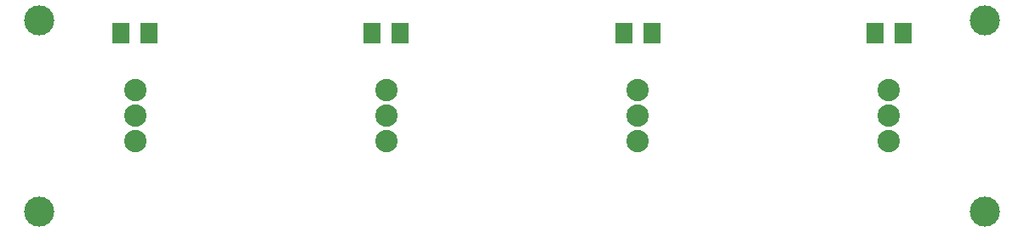
<source format=gbr>
G04 DipTrace 3.3.1.3*
G04 BottomMask.gbr*
%MOIN*%
G04 #@! TF.FileFunction,Soldermask,Bot*
G04 #@! TF.Part,Single*
%ADD38C,0.11811*%
%ADD43R,0.070866X0.07874*%
%ADD47C,0.087874*%
%FSLAX26Y26*%
G04*
G70*
G90*
G75*
G01*
G04 BotMask*
%LPD*%
D47*
X3838583Y786327D3*
Y886327D3*
Y986327D3*
D43*
X3893701Y1212396D3*
X3783465D3*
D47*
X2854331Y786327D3*
Y886327D3*
Y986327D3*
D43*
X2909449Y1212396D3*
X2799213D3*
D47*
X1870079Y786327D3*
Y886327D3*
Y986327D3*
D43*
X1925197Y1212396D3*
X1814961D3*
D47*
X885827Y786327D3*
Y886327D3*
Y986327D3*
D43*
X940945Y1212396D3*
X830709D3*
D38*
X511811Y511811D3*
Y1259843D3*
X4212598D3*
Y511811D3*
M02*

</source>
